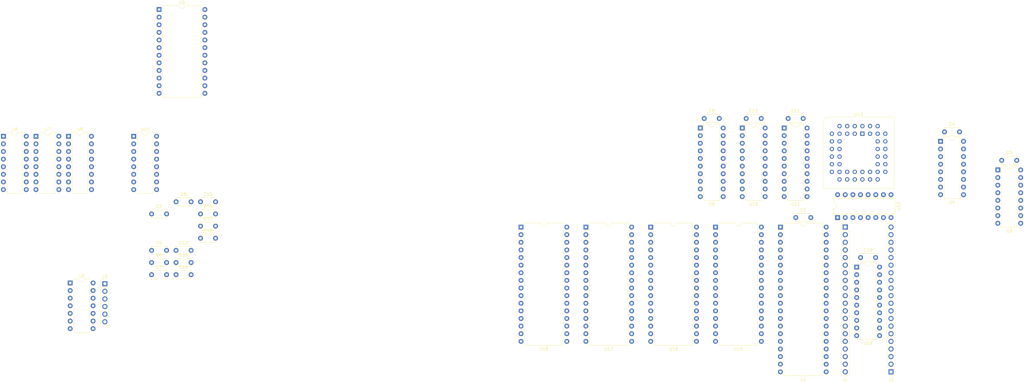
<source format=kicad_pcb>
(kicad_pcb (version 20221018) (generator pcbnew)
  (layers (0 "F.Cu" signal) (31 "B.Cu" signal) (34 "B.Paste" user) (35 "F.Paste" user) (36 "B.SilkS" user "B.Silkscreen") (37 "F.SilkS" user "F.Silkscreen") (38 "B.Mask" user) (39 "F.Mask" user) (44 "Edge.Cuts" user))
  (net 0 "")
  (net 1 "+5V")
  (net 2 "GND")
  (net 3 "/A11")
  (net 4 "/SYS_A12")
  (net 5 "/SYS_A13")
  (net 6 "/SYS_A14")
  (net 7 "/SYS_A15")
  (net 8 "/CLK")
  (net 9 "/D4")
  (net 10 "/D3")
  (net 11 "/D5")
  (net 12 "/D6")
  (net 13 "/D2")
  (net 14 "/D7")
  (net 15 "/D0")
  (net 16 "/D1")
  (net 17 "/*SYS_INT")
  (net 19 "/*HALT")
  (net 20 "/*SYS_MREQ")
  (net 21 "/*SYS_IORQ")
  (net 22 "/*RD")
  (net 23 "/*WR")
  (net 24 "/*BUSAK")
  (net 25 "/*WAIT")
  (net 26 "/*BUSRQ")
  (net 27 "/*RESET")
  (net 28 "/*M1")
  (net 29 "/*RFSH")
  (net 30 "/SYS_A0")
  (net 31 "/SYS_A1")
  (net 32 "/SYS_A2")
  (net 33 "/SYS_A3")
  (net 34 "/SYS_A4")
  (net 35 "/SYS_A5")
  (net 36 "/SYS_A6")
  (net 37 "/SYS_A7")
  (net 38 "/A8")
  (net 39 "/A9")
  (net 40 "/A10")
  (net 41 "Net-(J3-Pin_1)")
  (net 42 "Net-(J3-Pin_2)")
  (net 43 "Net-(J3-Pin_3)")
  (net 44 "Net-(J3-Pin_4)")
  (net 45 "/A12")
  (net 46 "/A13")
  (net 47 "/A14")
  (net 48 "/A15")
  (net 49 "/UB_D4")
  (net 50 "/UB_D3")
  (net 51 "/UB_D5")
  (net 52 "/UB_D6")
  (net 53 "/UB_D2")
  (net 54 "/UB_D7")
  (net 55 "/UB_D0")
  (net 56 "/UB_D1")
  (net 57 "/*INT")
  (net 58 "/*NMI")
  (net 59 "/*MREQ")
  (net 60 "/*IORQ")
  (net 61 "/A0")
  (net 62 "/A1")
  (net 63 "/A2")
  (net 64 "/A3")
  (net 65 "/A4")
  (net 66 "/A5")
  (net 67 "/A6")
  (net 68 "/A7")
  (net 69 "Net-(U4-Q4)")
  (net 70 "/*XMEM_WR")
  (net 74 "/BNK4")
  (net 75 "/BNK2")
  (net 76 "/BNK1")
  (net 77 "/BNK0")
  (net 78 "/*BNK_WR")
  (net 79 "Net-(U14B-A1)")
  (net 80 "Net-(U14B-A0)")
  (net 81 "/BNK5")
  (net 82 "/TRANS0")
  (net 83 "/TRANS1")
  (net 84 "/TRANS2")
  (net 85 "/TRANS3")
  (net 86 "/TRANS4")
  (net 87 "/TRANS5")
  (net 88 "/TRANS6")
  (net 89 "/TRANS7")
  (net 90 "/*TT_WR")
  (net 91 "/TRANS_DIR")
  (net 92 "/A_TRANS")
  (net 93 "/A_CAPT")
  (net 94 "/*UA_OE")
  (net 95 "/*ADDR_WR")
  (net 96 "/*LA_OE")
  (net 98 "Net-(U12-Oa=b)")
  (net 100 "/*ADDR_RD")
  (net 101 "/*XMEM_SEL")
  (net 104 "Net-(U14B-O3)")
  (net 105 "Net-(U14B-O2)")
  (net 106 "Net-(U14B-O1)")
  (net 107 "Net-(U14B-O0)")
  (footprint "Package_DIP:DIP-16_W7.62mm" (layer "F.Cu") (at -97.425 67.515)
    (fp_text reference "U6")
    (fp_text value "74LS157")
  )
  (footprint "Package_DIP:DIP-20_W7.62mm" (layer "F.Cu") (at 148.59 64.77)
    (fp_text reference "U10")
    (fp_text value "74LS374")
  )
  (footprint "Capacitor_THT:C_Disc_D5.0mm_W2.5mm_P5.00mm" (layer "F.Cu") (at -48.075 93.415)
    (fp_text reference "C2")
    (fp_text value "0.1 uF")
  )
  (footprint "Capacitor_THT:C_Disc_D5.0mm_W2.5mm_P5.00mm" (layer "F.Cu") (at -39.925 105.565)
    (fp_text reference "C12")
    (fp_text value "0.1 uF")
  )
  (footprint "Package_DIP:DIP-16_W7.62mm" (layer "F.Cu") (at 180.34 94.615 90)
    (fp_text reference "U12")
    (fp_text value "74LS85")
  )
  (footprint "Package_DIP:DIP-16_W7.62mm" (layer "F.Cu") (at -75.725 67.515)
    (fp_text reference "U8")
    (fp_text value "74LS157")
  )
  (footprint "Capacitor_THT:C_Disc_D5.0mm_W2.5mm_P5.00mm" (layer "F.Cu") (at -48.075 109.615)
    (fp_text reference "C6")
    (fp_text value "0.1 uF")
  )
  (footprint "Package_DIP:DIP-40_W15.24mm" (layer "F.Cu") (at 161.29 97.79)
    (fp_text reference "U1")
    (fp_text value "Z80CPU")
  )
  (footprint "Package_DIP:DIP-20_W7.62mm" (layer "F.Cu") (at 186.69 111.125)
    (fp_text reference "U19")
    (fp_text value "74LS245")
  )
  (footprint "Capacitor_THT:C_Disc_D5.0mm_W2.5mm_P5.00mm" (layer "F.Cu") (at 140.93 61.595 180)
    (fp_text reference "C9")
    (fp_text value "0.1 uF")
  )
  (footprint "Package_DIP:DIP-16_W7.62mm" (layer "F.Cu") (at -54.025 67.515)
    (fp_text reference "U14")
    (fp_text value "74LS139")
  )
  (footprint "Capacitor_THT:C_Disc_D5.0mm_W2.5mm_P5.00mm" (layer "F.Cu") (at -48.075 113.665)
    (fp_text reference "C7")
    (fp_text value "0.1 uF")
  )
  (footprint "Capacitor_THT:C_Disc_D5.0mm_W2.5mm_P5.00mm" (layer "F.Cu") (at 166.41 94.615)
    (fp_text reference "C1")
    (fp_text value "0.1 uF")
  )
  (footprint "Capacitor_THT:C_Disc_D5.0mm_W2.5mm_P5.00mm" (layer "F.Cu") (at 239.98 75.55 180)
    (fp_text reference "C3")
    (fp_text value "0.1 uF")
  )
  (footprint "Package_DIP:DIP-14_W7.62mm" (layer "F.Cu") (at -75.175 116.415)
    (fp_text reference "U2")
    (fp_text value "74LS32")
  )
  (footprint "Package_DIP:DIP-32_W15.24mm" (layer "F.Cu") (at 74.93 97.79)
    (fp_text reference "U18")
    (fp_text value "AS6C4008-55PCN")
  )
  (footprint "Capacitor_THT:C_Disc_D5.0mm_W2.5mm_P5.00mm" (layer "F.Cu") (at 220.93 66.04 180)
    (fp_text reference "C4")
    (fp_text value "0.1 uF")
  )
  (footprint "Package_DIP:DIP-16_W7.62mm" (layer "F.Cu") (at -86.575 67.515)
    (fp_text reference "U7")
    (fp_text value "74LS157")
  )
  (footprint "Capacitor_THT:C_Disc_D5.0mm_W2.5mm_P5.00mm" (layer "F.Cu") (at 187.99 107.945)
    (fp_text reference "C19")
    (fp_text value "0.1 uF")
  )
  (footprint "Capacitor_THT:C_Disc_D5.0mm_W2.5mm_P5.00mm" (layer "F.Cu") (at -39.925 109.615)
    (fp_text reference "C13")
    (fp_text value "0.1 uF")
  )
  (footprint "Package_LCC:PLCC-44_THT-Socket" (layer "F.Cu") (at 188.595 66.675)
    (fp_text reference "U13")
    (fp_text value "XC9536PC44")
  )
  (footprint "Capacitor_THT:C_Disc_D5.0mm_W2.5mm_P5.00mm" (layer "F.Cu") (at 154.9 61.595 180)
    (fp_text reference "C10")
    (fp_text value "0.1 uF")
  )
  (footprint "Connector_PinHeader_2.54mm:PinHeader_1x20_P2.54mm_Vertical" (layer "F.Cu") (at 198.12 146.05 180)
    (fp_text reference "J2")
    (fp_text value "Z80 Socket Header")
  )
  (footprint "Capacitor_THT:C_Disc_D5.0mm_W2.5mm_P5.00mm" (layer "F.Cu") (at -31.775 93.415)
    (fp_text reference "C16")
    (fp_text value "0.1 uF")
  )
  (footprint "Package_DIP:DIP-16_W7.62mm" (layer "F.Cu") (at 233.68 78.74)
    (fp_text reference "U3")
    (fp_text value "74LS670")
  )
  (footprint "Package_DIP:DIP-20_W7.62mm" (layer "F.Cu") (at 134.62 64.77)
    (fp_text reference "U9")
    (fp_text value "74LS244")
  )
  (footprint "Capacitor_THT:C_Disc_D5.0mm_W2.5mm_P5.00mm" (layer "F.Cu") (at -39.925 113.665)
    (fp_text reference "C14")
    (fp_text value "0.1 uF")
  )
  (footprint "Capacitor_THT:C_Disc_D5.0mm_W2.5mm_P5.00mm" (layer "F.Cu") (at -39.925 89.365)
    (fp_text reference "C8")
    (fp_text value "0.1 uF")
  )
  (footprint "Package_DIP:DIP-32_W15.24mm" (layer "F.Cu") (at 139.7 97.79)
    (fp_text reference "U15")
    (fp_text value "AS6C4008-55PCN")
  )
  (footprint "Package_DIP:DIP-16_W7.62mm" (layer "F.Cu") (at 214.63 69.215)
    (fp_text reference "U4")
    (fp_text value "74LS670")
  )
  (footprint "Capacitor_THT:C_Disc_D5.0mm_W2.5mm_P5.00mm" (layer "F.Cu") (at -31.775 101.515)
    (fp_text reference "C18")
    (fp_text value "0.1 uF")
  )
  (footprint "Capacitor_THT:C_Disc_D5.0mm_W2.5mm_P5.00mm" (layer "F.Cu") (at -31.775 89.365)
    (fp_text reference "C15")
    (fp_text value "0.1 uF")
  )
  (footprint "Package_DIP:DIP-32_W15.24mm" (layer "F.Cu") (at 96.52 97.79)
    (fp_text reference "U17")
    (fp_text value "AS6C4008-55PCN")
  )
  (footprint "Package_DIP:DIP-32_W15.24mm" (layer "F.Cu") (at 118.11 97.79)
    (fp_text reference "U16")
    (fp_text value "AS6C4008-55PCN")
  )
  (footprint "Capacitor_THT:C_Disc_D5.0mm_W2.5mm_P5.00mm" (layer "F.Cu") (at -31.775 97.465)
    (fp_text reference "C17")
    (fp_text value "0.1 uF")
  )
  (footprint "Capacitor_THT:C_Disc_D5.0mm_W2.5mm_P5.00mm" (layer "F.Cu") (at 168.87 61.595 180)
    (fp_text reference "C11")
    (fp_text value "0.1 uF")
  )
  (footprint "Connector_PinHeader_2.54mm:PinHeader_1x20_P2.54mm_Vertical" (layer "F.Cu") (at 182.88 97.79)
    (fp_text reference "J1")
    (fp_text value "Z80 Socket Header")
  )
  (footprint "Package_DIP:DIP-24_W15.24mm" (layer "F.Cu") (at -45.575 25.265)
    (fp_text reference "U5")
    (fp_text value "HM6116")
  )
  (footprint "Capacitor_THT:C_Disc_D5.0mm_W2.5mm_P5.00mm" (layer "F.Cu") (at -48.075 105.565)
    (fp_text reference "C5")
    (fp_text value "0.1 uF")
  )
  (footprint "Package_DIP:DIP-20_W7.62mm" (layer "F.Cu") (at 162.56 64.77)
    (fp_text reference "U11")
    (fp_text value "74LS374")
  )
  (footprint "Connector_PinHeader_2.54mm:PinHeader_1x06_P2.54mm_Vertical" (layer "F.Cu") (at -63.625 116.665)
    (fp_text reference "J3")
    (fp_text value "JTAG")
  )
)
</source>
